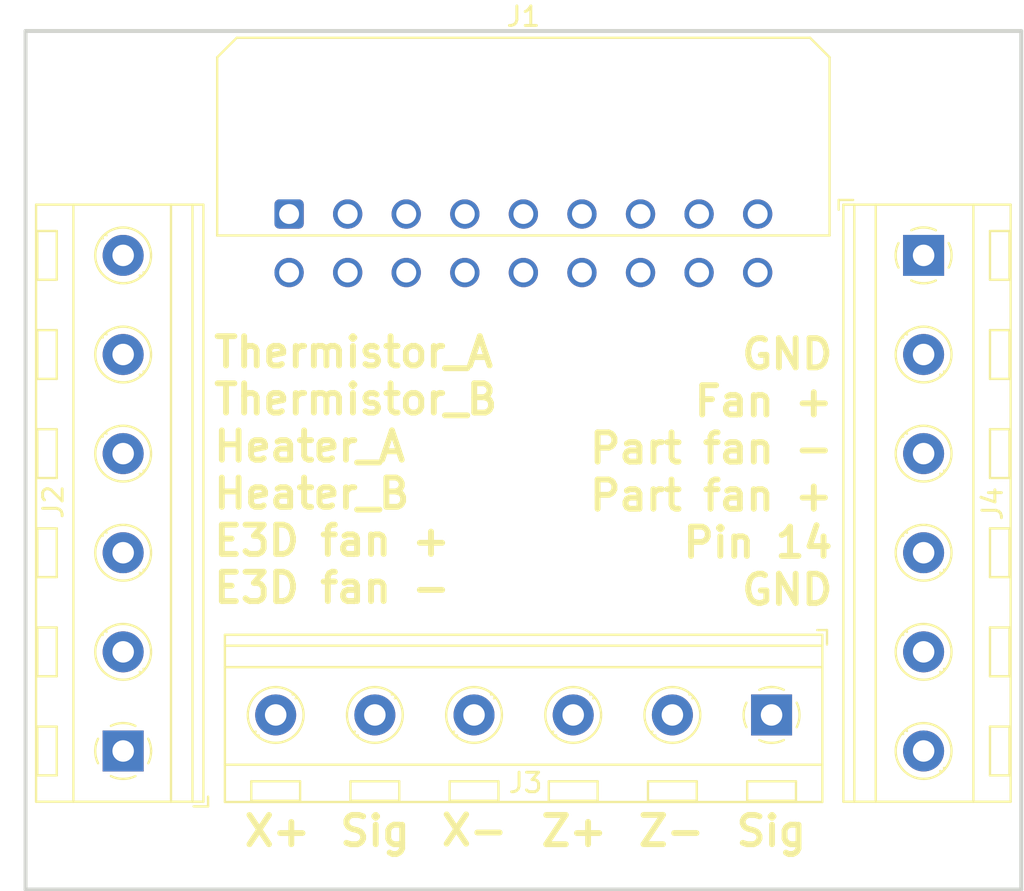
<source format=kicad_pcb>
(kicad_pcb (version 20171130) (host pcbnew "(5.0.2)-1")

  (general
    (thickness 1.6)
    (drawings 12)
    (tracks 0)
    (zones 0)
    (modules 7)
    (nets 20)
  )

  (page A4)
  (layers
    (0 F.Cu signal)
    (31 B.Cu signal)
    (32 B.Adhes user)
    (33 F.Adhes user)
    (34 B.Paste user)
    (35 F.Paste user)
    (36 B.SilkS user)
    (37 F.SilkS user)
    (38 B.Mask user)
    (39 F.Mask user)
    (40 Dwgs.User user)
    (41 Cmts.User user)
    (42 Eco1.User user)
    (43 Eco2.User user)
    (44 Edge.Cuts user)
    (45 Margin user)
    (46 B.CrtYd user)
    (47 F.CrtYd user)
    (48 B.Fab user)
    (49 F.Fab user)
  )

  (setup
    (last_trace_width 0.25)
    (user_trace_width 0.5)
    (user_trace_width 1.27)
    (user_trace_width 2.54)
    (trace_clearance 0.2)
    (zone_clearance 0.508)
    (zone_45_only no)
    (trace_min 0.2)
    (segment_width 0.2)
    (edge_width 0.05)
    (via_size 0.8)
    (via_drill 0.4)
    (via_min_size 0.4)
    (via_min_drill 0.3)
    (uvia_size 0.3)
    (uvia_drill 0.1)
    (uvias_allowed no)
    (uvia_min_size 0.2)
    (uvia_min_drill 0.1)
    (pcb_text_width 0.3)
    (pcb_text_size 1.5 1.5)
    (mod_edge_width 0.12)
    (mod_text_size 1 1)
    (mod_text_width 0.15)
    (pad_size 2.54 2.54)
    (pad_drill 1.3)
    (pad_to_mask_clearance 0.051)
    (solder_mask_min_width 0.25)
    (aux_axis_origin 0 0)
    (visible_elements 7FFFFFFF)
    (pcbplotparams
      (layerselection 0x010f0_ffffffff)
      (usegerberextensions false)
      (usegerberattributes true)
      (usegerberadvancedattributes false)
      (creategerberjobfile false)
      (excludeedgelayer true)
      (linewidth 0.150000)
      (plotframeref false)
      (viasonmask false)
      (mode 1)
      (useauxorigin false)
      (hpglpennumber 1)
      (hpglpenspeed 20)
      (hpglpendiameter 15.000000)
      (psnegative false)
      (psa4output false)
      (plotreference true)
      (plotvalue true)
      (plotinvisibletext false)
      (padsonsilk false)
      (subtractmaskfromsilk false)
      (outputformat 1)
      (mirror false)
      (drillshape 0)
      (scaleselection 1)
      (outputdirectory "Gerber/"))
  )

  (net 0 "")
  (net 1 X_Sig)
  (net 2 GND)
  (net 3 Vcc_Z)
  (net 4 Z_Sig)
  (net 5 THERM_B)
  (net 6 THERM_A)
  (net 7 HOT_B)
  (net 8 HOT_A)
  (net 9 E3D_N)
  (net 10 V_FAN)
  (net 11 Pin14)
  (net 12 Part_N)
  (net 13 Vcc_X)
  (net 14 Pin11)
  (net 15 Pin12)
  (net 16 Pin13)
  (net 17 X1_Sig)
  (net 18 X2_Sig)
  (net 19 Pin16)

  (net_class Default "Dies ist die voreingestellte Netzklasse."
    (clearance 0.2)
    (trace_width 0.25)
    (via_dia 0.8)
    (via_drill 0.4)
    (uvia_dia 0.3)
    (uvia_drill 0.1)
    (add_net E3D_N)
    (add_net GND)
    (add_net HOT_A)
    (add_net HOT_B)
    (add_net Part_N)
    (add_net Pin11)
    (add_net Pin12)
    (add_net Pin13)
    (add_net Pin14)
    (add_net Pin16)
    (add_net THERM_A)
    (add_net THERM_B)
    (add_net V_FAN)
    (add_net Vcc_X)
    (add_net Vcc_Z)
    (add_net X1_Sig)
    (add_net X2_Sig)
    (add_net X_Sig)
    (add_net Z_Sig)
  )

  (module Connector_Molex:Molex_Micro-Fit_3.0_43045-1800_2x09_P3.00mm_Horizontal locked (layer F.Cu) (tedit 5B799D96) (tstamp 5C56C61E)
    (at 101.5 71.38)
    (descr "Molex Micro-Fit 3.0 Connector System, 43045-1800 (compatible alternatives: 43045-1801, 43045-1802), 9 Pins per row (https://www.molex.com/pdm_docs/sd/430450200_sd.pdf), generated with kicad-footprint-generator")
    (tags "connector Molex Micro-Fit_3.0 top entry")
    (path /5C4A0857)
    (fp_text reference J1 (at 12 -10.12) (layer F.SilkS)
      (effects (font (size 1 1) (thickness 0.15)))
    )
    (fp_text value Conn_02x09_Odd_Even (at 12 5.7) (layer F.Fab)
      (effects (font (size 1 1) (thickness 0.15)))
    )
    (fp_line (start -3.575 0.99) (end -3.575 -7.92) (layer F.Fab) (width 0.1))
    (fp_line (start -3.575 -7.92) (end -2.575 -8.92) (layer F.Fab) (width 0.1))
    (fp_line (start -2.575 -8.92) (end 26.575 -8.92) (layer F.Fab) (width 0.1))
    (fp_line (start 26.575 -8.92) (end 27.575 -7.92) (layer F.Fab) (width 0.1))
    (fp_line (start 27.575 -7.92) (end 27.575 0.99) (layer F.Fab) (width 0.1))
    (fp_line (start 27.575 0.99) (end -3.575 0.99) (layer F.Fab) (width 0.1))
    (fp_line (start -0.75 0.99) (end 0 0) (layer F.Fab) (width 0.1))
    (fp_line (start 0 0) (end 0.75 0.99) (layer F.Fab) (width 0.1))
    (fp_line (start -3.685 1.1) (end -3.685 -8.03) (layer F.SilkS) (width 0.12))
    (fp_line (start -3.685 -8.03) (end -2.685 -9.03) (layer F.SilkS) (width 0.12))
    (fp_line (start -2.685 -9.03) (end 26.685 -9.03) (layer F.SilkS) (width 0.12))
    (fp_line (start 26.685 -9.03) (end 27.685 -8.03) (layer F.SilkS) (width 0.12))
    (fp_line (start 27.685 -8.03) (end 27.685 1.1) (layer F.SilkS) (width 0.12))
    (fp_line (start 27.685 1.1) (end -3.685 1.1) (layer F.SilkS) (width 0.12))
    (fp_line (start -4.08 1.49) (end -4.08 -9.42) (layer F.CrtYd) (width 0.05))
    (fp_line (start -4.08 -9.42) (end 28.08 -9.42) (layer F.CrtYd) (width 0.05))
    (fp_line (start 28.08 -9.42) (end 28.08 1.49) (layer F.CrtYd) (width 0.05))
    (fp_line (start 28.08 1.49) (end 25.25 1.49) (layer F.CrtYd) (width 0.05))
    (fp_line (start 25.25 1.49) (end 25.25 4.25) (layer F.CrtYd) (width 0.05))
    (fp_line (start 25.25 4.25) (end -1.25 4.25) (layer F.CrtYd) (width 0.05))
    (fp_line (start -1.25 4.25) (end -1.25 1.49) (layer F.CrtYd) (width 0.05))
    (fp_line (start -1.25 1.49) (end -4.08 1.49) (layer F.CrtYd) (width 0.05))
    (fp_text user %R (at 12 -8.22) (layer F.Fab)
      (effects (font (size 1 1) (thickness 0.15)))
    )
    (pad "" np_thru_hole circle (at 2.14 -4.32) (size 3 3) (drill 3) (layers *.Cu *.Mask))
    (pad "" np_thru_hole circle (at 21.84 -4.32) (size 3 3) (drill 3) (layers *.Cu *.Mask))
    (pad 1 thru_hole roundrect (at 0 0) (size 1.5 1.5) (drill 1.02) (layers *.Cu *.Mask) (roundrect_rratio 0.166667)
      (net 8 HOT_A))
    (pad 2 thru_hole circle (at 3 0) (size 1.5 1.5) (drill 1.02) (layers *.Cu *.Mask)
      (net 7 HOT_B))
    (pad 3 thru_hole circle (at 6 0) (size 1.5 1.5) (drill 1.02) (layers *.Cu *.Mask)
      (net 6 THERM_A))
    (pad 4 thru_hole circle (at 9 0) (size 1.5 1.5) (drill 1.02) (layers *.Cu *.Mask)
      (net 5 THERM_B))
    (pad 5 thru_hole circle (at 12 0) (size 1.5 1.5) (drill 1.02) (layers *.Cu *.Mask)
      (net 17 X1_Sig))
    (pad 6 thru_hole circle (at 15 0) (size 1.5 1.5) (drill 1.02) (layers *.Cu *.Mask)
      (net 13 Vcc_X))
    (pad 7 thru_hole circle (at 18 0) (size 1.5 1.5) (drill 1.02) (layers *.Cu *.Mask)
      (net 18 X2_Sig))
    (pad 8 thru_hole circle (at 21 0) (size 1.5 1.5) (drill 1.02) (layers *.Cu *.Mask)
      (net 2 GND))
    (pad 9 thru_hole circle (at 24 0) (size 1.5 1.5) (drill 1.02) (layers *.Cu *.Mask)
      (net 4 Z_Sig))
    (pad 10 thru_hole circle (at 0 3) (size 1.5 1.5) (drill 1.02) (layers *.Cu *.Mask)
      (net 3 Vcc_Z))
    (pad 11 thru_hole circle (at 3 3) (size 1.5 1.5) (drill 1.02) (layers *.Cu *.Mask)
      (net 14 Pin11))
    (pad 12 thru_hole circle (at 6 3) (size 1.5 1.5) (drill 1.02) (layers *.Cu *.Mask)
      (net 15 Pin12))
    (pad 13 thru_hole circle (at 9 3) (size 1.5 1.5) (drill 1.02) (layers *.Cu *.Mask)
      (net 16 Pin13))
    (pad 14 thru_hole circle (at 12 3) (size 1.5 1.5) (drill 1.02) (layers *.Cu *.Mask)
      (net 11 Pin14))
    (pad 15 thru_hole circle (at 15 3) (size 1.5 1.5) (drill 1.02) (layers *.Cu *.Mask)
      (net 12 Part_N))
    (pad 16 thru_hole circle (at 18 3) (size 1.5 1.5) (drill 1.02) (layers *.Cu *.Mask)
      (net 19 Pin16))
    (pad 17 thru_hole circle (at 21 3) (size 1.5 1.5) (drill 1.02) (layers *.Cu *.Mask)
      (net 9 E3D_N))
    (pad 18 thru_hole circle (at 24 3) (size 1.5 1.5) (drill 1.02) (layers *.Cu *.Mask)
      (net 10 V_FAN))
    (model ${KISYS3DMOD}/Connector_Molex.3dshapes/Molex_Micro-Fit_3.0_43045-1800_2x09_P3.00mm_Horizontal.wrl
      (at (xyz 0 0 0))
      (scale (xyz 1 1 1))
      (rotate (xyz 0 0 0))
    )
  )

  (module TerminalBlock_RND:TerminalBlock_RND_205-00236_1x06_P5.08mm_Horizontal (layer F.Cu) (tedit 5B294F42) (tstamp 5C48D07C)
    (at 134 73.5 270)
    (descr "terminal block RND 205-00236, 6 pins, pitch 5.08mm, size 30.5x8.45mm^2, drill diamater 1.1mm, pad diameter 2.1mm, see http://cdn-reichelt.de/documents/datenblatt/C151/RND_205-00232_DB_EN.pdf, script-generated using https://github.com/pointhi/kicad-footprint-generator/scripts/TerminalBlock_RND")
    (tags "THT terminal block RND 205-00236 pitch 5.08mm size 30.5x8.45mm^2 drill 1.1mm pad 2.1mm")
    (path /5C47533C)
    (fp_text reference J4 (at 12.73 -3.53 270) (layer F.SilkS)
      (effects (font (size 1 1) (thickness 0.15)))
    )
    (fp_text value "Fan & Custom" (at 12.7 5.11 270) (layer F.Fab)
      (effects (font (size 1 1) (thickness 0.15)))
    )
    (fp_text user %R (at 12.7 -3.53 270) (layer F.Fab)
      (effects (font (size 1 1) (thickness 0.15)))
    )
    (fp_line (start 28.44 -4.9) (end -3.04 -4.9) (layer F.CrtYd) (width 0.05))
    (fp_line (start 28.44 4.55) (end 28.44 -4.9) (layer F.CrtYd) (width 0.05))
    (fp_line (start -3.04 4.55) (end 28.44 4.55) (layer F.CrtYd) (width 0.05))
    (fp_line (start -3.04 -4.9) (end -3.04 4.55) (layer F.CrtYd) (width 0.05))
    (fp_line (start -2.84 4.35) (end -2.34 4.35) (layer F.SilkS) (width 0.12))
    (fp_line (start -2.84 3.61) (end -2.84 4.35) (layer F.SilkS) (width 0.12))
    (fp_line (start 26.65 -4.4) (end 26.65 -3.4) (layer F.SilkS) (width 0.12))
    (fp_line (start 24.15 -4.4) (end 24.15 -3.4) (layer F.SilkS) (width 0.12))
    (fp_line (start 24.15 -3.4) (end 26.65 -3.4) (layer F.SilkS) (width 0.12))
    (fp_line (start 24.15 -4.4) (end 26.65 -4.4) (layer F.SilkS) (width 0.12))
    (fp_line (start 26.65 -4.4) (end 24.15 -4.4) (layer F.Fab) (width 0.1))
    (fp_line (start 26.65 -3.4) (end 26.65 -4.4) (layer F.Fab) (width 0.1))
    (fp_line (start 24.15 -3.4) (end 26.65 -3.4) (layer F.Fab) (width 0.1))
    (fp_line (start 24.15 -4.4) (end 24.15 -3.4) (layer F.Fab) (width 0.1))
    (fp_line (start 24.376 0.85) (end 24.316 0.91) (layer F.SilkS) (width 0.12))
    (fp_line (start 26.311 -1.085) (end 26.271 -1.045) (layer F.SilkS) (width 0.12))
    (fp_line (start 24.53 1.045) (end 24.49 1.085) (layer F.SilkS) (width 0.12))
    (fp_line (start 26.485 -0.91) (end 26.425 -0.851) (layer F.SilkS) (width 0.12))
    (fp_line (start 26.196 -0.948) (end 24.452 0.796) (layer F.Fab) (width 0.1))
    (fp_line (start 26.349 -0.796) (end 24.605 0.948) (layer F.Fab) (width 0.1))
    (fp_line (start 21.57 -4.4) (end 21.57 -3.4) (layer F.SilkS) (width 0.12))
    (fp_line (start 19.07 -4.4) (end 19.07 -3.4) (layer F.SilkS) (width 0.12))
    (fp_line (start 19.07 -3.4) (end 21.57 -3.4) (layer F.SilkS) (width 0.12))
    (fp_line (start 19.07 -4.4) (end 21.57 -4.4) (layer F.SilkS) (width 0.12))
    (fp_line (start 21.57 -4.4) (end 19.07 -4.4) (layer F.Fab) (width 0.1))
    (fp_line (start 21.57 -3.4) (end 21.57 -4.4) (layer F.Fab) (width 0.1))
    (fp_line (start 19.07 -3.4) (end 21.57 -3.4) (layer F.Fab) (width 0.1))
    (fp_line (start 19.07 -4.4) (end 19.07 -3.4) (layer F.Fab) (width 0.1))
    (fp_line (start 19.296 0.85) (end 19.236 0.91) (layer F.SilkS) (width 0.12))
    (fp_line (start 21.231 -1.085) (end 21.191 -1.045) (layer F.SilkS) (width 0.12))
    (fp_line (start 19.45 1.045) (end 19.41 1.085) (layer F.SilkS) (width 0.12))
    (fp_line (start 21.405 -0.91) (end 21.345 -0.851) (layer F.SilkS) (width 0.12))
    (fp_line (start 21.116 -0.948) (end 19.372 0.796) (layer F.Fab) (width 0.1))
    (fp_line (start 21.269 -0.796) (end 19.525 0.948) (layer F.Fab) (width 0.1))
    (fp_line (start 16.49 -4.4) (end 16.49 -3.4) (layer F.SilkS) (width 0.12))
    (fp_line (start 13.99 -4.4) (end 13.99 -3.4) (layer F.SilkS) (width 0.12))
    (fp_line (start 13.99 -3.4) (end 16.49 -3.4) (layer F.SilkS) (width 0.12))
    (fp_line (start 13.99 -4.4) (end 16.49 -4.4) (layer F.SilkS) (width 0.12))
    (fp_line (start 16.49 -4.4) (end 13.99 -4.4) (layer F.Fab) (width 0.1))
    (fp_line (start 16.49 -3.4) (end 16.49 -4.4) (layer F.Fab) (width 0.1))
    (fp_line (start 13.99 -3.4) (end 16.49 -3.4) (layer F.Fab) (width 0.1))
    (fp_line (start 13.99 -4.4) (end 13.99 -3.4) (layer F.Fab) (width 0.1))
    (fp_line (start 14.216 0.85) (end 14.156 0.91) (layer F.SilkS) (width 0.12))
    (fp_line (start 16.151 -1.085) (end 16.111 -1.045) (layer F.SilkS) (width 0.12))
    (fp_line (start 14.37 1.045) (end 14.33 1.085) (layer F.SilkS) (width 0.12))
    (fp_line (start 16.325 -0.91) (end 16.265 -0.851) (layer F.SilkS) (width 0.12))
    (fp_line (start 16.036 -0.948) (end 14.292 0.796) (layer F.Fab) (width 0.1))
    (fp_line (start 16.189 -0.796) (end 14.445 0.948) (layer F.Fab) (width 0.1))
    (fp_line (start 11.41 -4.4) (end 11.41 -3.4) (layer F.SilkS) (width 0.12))
    (fp_line (start 8.91 -4.4) (end 8.91 -3.4) (layer F.SilkS) (width 0.12))
    (fp_line (start 8.91 -3.4) (end 11.41 -3.4) (layer F.SilkS) (width 0.12))
    (fp_line (start 8.91 -4.4) (end 11.41 -4.4) (layer F.SilkS) (width 0.12))
    (fp_line (start 11.41 -4.4) (end 8.91 -4.4) (layer F.Fab) (width 0.1))
    (fp_line (start 11.41 -3.4) (end 11.41 -4.4) (layer F.Fab) (width 0.1))
    (fp_line (start 8.91 -3.4) (end 11.41 -3.4) (layer F.Fab) (width 0.1))
    (fp_line (start 8.91 -4.4) (end 8.91 -3.4) (layer F.Fab) (width 0.1))
    (fp_line (start 9.136 0.85) (end 9.076 0.91) (layer F.SilkS) (width 0.12))
    (fp_line (start 11.071 -1.085) (end 11.031 -1.045) (layer F.SilkS) (width 0.12))
    (fp_line (start 9.29 1.045) (end 9.25 1.085) (layer F.SilkS) (width 0.12))
    (fp_line (start 11.245 -0.91) (end 11.185 -0.851) (layer F.SilkS) (width 0.12))
    (fp_line (start 10.956 -0.948) (end 9.212 0.796) (layer F.Fab) (width 0.1))
    (fp_line (start 11.109 -0.796) (end 9.365 0.948) (layer F.Fab) (width 0.1))
    (fp_line (start 6.33 -4.4) (end 6.33 -3.4) (layer F.SilkS) (width 0.12))
    (fp_line (start 3.83 -4.4) (end 3.83 -3.4) (layer F.SilkS) (width 0.12))
    (fp_line (start 3.83 -3.4) (end 6.33 -3.4) (layer F.SilkS) (width 0.12))
    (fp_line (start 3.83 -4.4) (end 6.33 -4.4) (layer F.SilkS) (width 0.12))
    (fp_line (start 6.33 -4.4) (end 3.83 -4.4) (layer F.Fab) (width 0.1))
    (fp_line (start 6.33 -3.4) (end 6.33 -4.4) (layer F.Fab) (width 0.1))
    (fp_line (start 3.83 -3.4) (end 6.33 -3.4) (layer F.Fab) (width 0.1))
    (fp_line (start 3.83 -4.4) (end 3.83 -3.4) (layer F.Fab) (width 0.1))
    (fp_line (start 4.056 0.85) (end 3.996 0.91) (layer F.SilkS) (width 0.12))
    (fp_line (start 5.991 -1.085) (end 5.951 -1.045) (layer F.SilkS) (width 0.12))
    (fp_line (start 4.21 1.045) (end 4.17 1.085) (layer F.SilkS) (width 0.12))
    (fp_line (start 6.165 -0.91) (end 6.105 -0.851) (layer F.SilkS) (width 0.12))
    (fp_line (start 5.876 -0.948) (end 4.132 0.796) (layer F.Fab) (width 0.1))
    (fp_line (start 6.029 -0.796) (end 4.285 0.948) (layer F.Fab) (width 0.1))
    (fp_line (start 1.25 -4.4) (end 1.25 -3.4) (layer F.SilkS) (width 0.12))
    (fp_line (start -1.25 -4.4) (end -1.25 -3.4) (layer F.SilkS) (width 0.12))
    (fp_line (start -1.25 -3.4) (end 1.25 -3.4) (layer F.SilkS) (width 0.12))
    (fp_line (start -1.25 -4.4) (end 1.25 -4.4) (layer F.SilkS) (width 0.12))
    (fp_line (start 1.25 -4.4) (end -1.25 -4.4) (layer F.Fab) (width 0.1))
    (fp_line (start 1.25 -3.4) (end 1.25 -4.4) (layer F.Fab) (width 0.1))
    (fp_line (start -1.25 -3.4) (end 1.25 -3.4) (layer F.Fab) (width 0.1))
    (fp_line (start -1.25 -4.4) (end -1.25 -3.4) (layer F.Fab) (width 0.1))
    (fp_line (start 0.796 -0.948) (end -0.949 0.796) (layer F.Fab) (width 0.1))
    (fp_line (start 0.949 -0.796) (end -0.796 0.948) (layer F.Fab) (width 0.1))
    (fp_line (start 28 -4.46) (end 28 4.11) (layer F.SilkS) (width 0.12))
    (fp_line (start -2.6 -4.46) (end -2.6 4.11) (layer F.SilkS) (width 0.12))
    (fp_line (start -2.6 4.11) (end 28 4.11) (layer F.SilkS) (width 0.12))
    (fp_line (start -2.6 -4.46) (end 28 -4.46) (layer F.SilkS) (width 0.12))
    (fp_line (start -2.6 -2.55) (end 28 -2.55) (layer F.SilkS) (width 0.12))
    (fp_line (start -2.54 -2.55) (end 27.94 -2.55) (layer F.Fab) (width 0.1))
    (fp_line (start -2.6 2.45) (end 28 2.45) (layer F.SilkS) (width 0.12))
    (fp_line (start -2.54 2.45) (end 27.94 2.45) (layer F.Fab) (width 0.1))
    (fp_line (start -2.6 3.55) (end 28 3.55) (layer F.SilkS) (width 0.12))
    (fp_line (start -2.54 3.55) (end 27.94 3.55) (layer F.Fab) (width 0.1))
    (fp_line (start -2.54 3.55) (end -2.54 -4.4) (layer F.Fab) (width 0.1))
    (fp_line (start -2.04 4.05) (end -2.54 3.55) (layer F.Fab) (width 0.1))
    (fp_line (start 27.94 4.05) (end -2.04 4.05) (layer F.Fab) (width 0.1))
    (fp_line (start 27.94 -4.4) (end 27.94 4.05) (layer F.Fab) (width 0.1))
    (fp_line (start -2.54 -4.4) (end 27.94 -4.4) (layer F.Fab) (width 0.1))
    (fp_circle (center 25.4 0) (end 26.83 0) (layer F.SilkS) (width 0.12))
    (fp_circle (center 25.4 0) (end 26.65 0) (layer F.Fab) (width 0.1))
    (fp_circle (center 20.32 0) (end 21.75 0) (layer F.SilkS) (width 0.12))
    (fp_circle (center 20.32 0) (end 21.57 0) (layer F.Fab) (width 0.1))
    (fp_circle (center 15.24 0) (end 16.67 0) (layer F.SilkS) (width 0.12))
    (fp_circle (center 15.24 0) (end 16.49 0) (layer F.Fab) (width 0.1))
    (fp_circle (center 10.16 0) (end 11.59 0) (layer F.SilkS) (width 0.12))
    (fp_circle (center 10.16 0) (end 11.41 0) (layer F.Fab) (width 0.1))
    (fp_circle (center 5.08 0) (end 6.51 0) (layer F.SilkS) (width 0.12))
    (fp_circle (center 5.08 0) (end 6.33 0) (layer F.Fab) (width 0.1))
    (fp_circle (center 0 0) (end 1.25 0) (layer F.Fab) (width 0.1))
    (fp_arc (start 0 0) (end -0.628 1.286) (angle -27) (layer F.SilkS) (width 0.12))
    (fp_arc (start 0 0) (end -1.286 -0.628) (angle -52) (layer F.SilkS) (width 0.12))
    (fp_arc (start 0 0) (end 0.627 -1.286) (angle -52) (layer F.SilkS) (width 0.12))
    (fp_arc (start 0 0) (end 1.286 0.627) (angle -52) (layer F.SilkS) (width 0.12))
    (fp_arc (start 0 0) (end 0 1.43) (angle -26) (layer F.SilkS) (width 0.12))
    (pad 6 thru_hole circle (at 25.4 0 270) (size 2.1 2.1) (drill 1.1) (layers *.Cu *.Mask)
      (net 10 V_FAN))
    (pad 5 thru_hole circle (at 20.32 0 270) (size 2.1 2.1) (drill 1.1) (layers *.Cu *.Mask)
      (net 12 Part_N))
    (pad 4 thru_hole circle (at 15.24 0 270) (size 2.1 2.1) (drill 1.1) (layers *.Cu *.Mask)
      (net 14 Pin11))
    (pad 3 thru_hole circle (at 10.16 0 270) (size 2.1 2.1) (drill 1.1) (layers *.Cu *.Mask)
      (net 15 Pin12))
    (pad 2 thru_hole circle (at 5.08 0 270) (size 2.1 2.1) (drill 1.1) (layers *.Cu *.Mask)
      (net 16 Pin13))
    (pad 1 thru_hole rect (at 0 0 270) (size 2.1 2.1) (drill 1.1) (layers *.Cu *.Mask)
      (net 11 Pin14))
    (model ${KISYS3DMOD}/TerminalBlock_RND.3dshapes/TerminalBlock_RND_205-00236_1x06_P5.08mm_Horizontal.wrl
      (at (xyz 0 0 0))
      (scale (xyz 1 1 1))
      (rotate (xyz 0 0 0))
    )
  )

  (module TerminalBlock_RND:TerminalBlock_RND_205-00236_1x06_P5.08mm_Horizontal (layer F.Cu) (tedit 5B294F42) (tstamp 5C48CFFD)
    (at 126.2126 97.0534 180)
    (descr "terminal block RND 205-00236, 6 pins, pitch 5.08mm, size 30.5x8.45mm^2, drill diamater 1.1mm, pad diameter 2.1mm, see http://cdn-reichelt.de/documents/datenblatt/C151/RND_205-00232_DB_EN.pdf, script-generated using https://github.com/pointhi/kicad-footprint-generator/scripts/TerminalBlock_RND")
    (tags "THT terminal block RND 205-00236 pitch 5.08mm size 30.5x8.45mm^2 drill 1.1mm pad 2.1mm")
    (path /5C48BDF1)
    (fp_text reference J3 (at 12.6 -3.48 180) (layer F.SilkS)
      (effects (font (size 1 1) (thickness 0.15)))
    )
    (fp_text value "X-Endstop, Fan, Custom" (at 12.7 5.11 180) (layer F.Fab)
      (effects (font (size 1 1) (thickness 0.15)))
    )
    (fp_arc (start 0 0) (end 0 1.43) (angle -26) (layer F.SilkS) (width 0.12))
    (fp_arc (start 0 0) (end 1.286 0.627) (angle -52) (layer F.SilkS) (width 0.12))
    (fp_arc (start 0 0) (end 0.627 -1.286) (angle -52) (layer F.SilkS) (width 0.12))
    (fp_arc (start 0 0) (end -1.286 -0.628) (angle -52) (layer F.SilkS) (width 0.12))
    (fp_arc (start 0 0) (end -0.628 1.286) (angle -27) (layer F.SilkS) (width 0.12))
    (fp_circle (center 0 0) (end 1.25 0) (layer F.Fab) (width 0.1))
    (fp_circle (center 5.08 0) (end 6.33 0) (layer F.Fab) (width 0.1))
    (fp_circle (center 5.08 0) (end 6.51 0) (layer F.SilkS) (width 0.12))
    (fp_circle (center 10.16 0) (end 11.41 0) (layer F.Fab) (width 0.1))
    (fp_circle (center 10.16 0) (end 11.59 0) (layer F.SilkS) (width 0.12))
    (fp_circle (center 15.24 0) (end 16.49 0) (layer F.Fab) (width 0.1))
    (fp_circle (center 15.24 0) (end 16.67 0) (layer F.SilkS) (width 0.12))
    (fp_circle (center 20.32 0) (end 21.57 0) (layer F.Fab) (width 0.1))
    (fp_circle (center 20.32 0) (end 21.75 0) (layer F.SilkS) (width 0.12))
    (fp_circle (center 25.4 0) (end 26.65 0) (layer F.Fab) (width 0.1))
    (fp_circle (center 25.4 0) (end 26.83 0) (layer F.SilkS) (width 0.12))
    (fp_line (start -2.54 -4.4) (end 27.94 -4.4) (layer F.Fab) (width 0.1))
    (fp_line (start 27.94 -4.4) (end 27.94 4.05) (layer F.Fab) (width 0.1))
    (fp_line (start 27.94 4.05) (end -2.04 4.05) (layer F.Fab) (width 0.1))
    (fp_line (start -2.04 4.05) (end -2.54 3.55) (layer F.Fab) (width 0.1))
    (fp_line (start -2.54 3.55) (end -2.54 -4.4) (layer F.Fab) (width 0.1))
    (fp_line (start -2.54 3.55) (end 27.94 3.55) (layer F.Fab) (width 0.1))
    (fp_line (start -2.6 3.55) (end 28 3.55) (layer F.SilkS) (width 0.12))
    (fp_line (start -2.54 2.45) (end 27.94 2.45) (layer F.Fab) (width 0.1))
    (fp_line (start -2.6 2.45) (end 28 2.45) (layer F.SilkS) (width 0.12))
    (fp_line (start -2.54 -2.55) (end 27.94 -2.55) (layer F.Fab) (width 0.1))
    (fp_line (start -2.6 -2.55) (end 28 -2.55) (layer F.SilkS) (width 0.12))
    (fp_line (start -2.6 -4.46) (end 28 -4.46) (layer F.SilkS) (width 0.12))
    (fp_line (start -2.6 4.11) (end 28 4.11) (layer F.SilkS) (width 0.12))
    (fp_line (start -2.6 -4.46) (end -2.6 4.11) (layer F.SilkS) (width 0.12))
    (fp_line (start 28 -4.46) (end 28 4.11) (layer F.SilkS) (width 0.12))
    (fp_line (start 0.949 -0.796) (end -0.796 0.948) (layer F.Fab) (width 0.1))
    (fp_line (start 0.796 -0.948) (end -0.949 0.796) (layer F.Fab) (width 0.1))
    (fp_line (start -1.25 -4.4) (end -1.25 -3.4) (layer F.Fab) (width 0.1))
    (fp_line (start -1.25 -3.4) (end 1.25 -3.4) (layer F.Fab) (width 0.1))
    (fp_line (start 1.25 -3.4) (end 1.25 -4.4) (layer F.Fab) (width 0.1))
    (fp_line (start 1.25 -4.4) (end -1.25 -4.4) (layer F.Fab) (width 0.1))
    (fp_line (start -1.25 -4.4) (end 1.25 -4.4) (layer F.SilkS) (width 0.12))
    (fp_line (start -1.25 -3.4) (end 1.25 -3.4) (layer F.SilkS) (width 0.12))
    (fp_line (start -1.25 -4.4) (end -1.25 -3.4) (layer F.SilkS) (width 0.12))
    (fp_line (start 1.25 -4.4) (end 1.25 -3.4) (layer F.SilkS) (width 0.12))
    (fp_line (start 6.029 -0.796) (end 4.285 0.948) (layer F.Fab) (width 0.1))
    (fp_line (start 5.876 -0.948) (end 4.132 0.796) (layer F.Fab) (width 0.1))
    (fp_line (start 6.165 -0.91) (end 6.105 -0.851) (layer F.SilkS) (width 0.12))
    (fp_line (start 4.21 1.045) (end 4.17 1.085) (layer F.SilkS) (width 0.12))
    (fp_line (start 5.991 -1.085) (end 5.951 -1.045) (layer F.SilkS) (width 0.12))
    (fp_line (start 4.056 0.85) (end 3.996 0.91) (layer F.SilkS) (width 0.12))
    (fp_line (start 3.83 -4.4) (end 3.83 -3.4) (layer F.Fab) (width 0.1))
    (fp_line (start 3.83 -3.4) (end 6.33 -3.4) (layer F.Fab) (width 0.1))
    (fp_line (start 6.33 -3.4) (end 6.33 -4.4) (layer F.Fab) (width 0.1))
    (fp_line (start 6.33 -4.4) (end 3.83 -4.4) (layer F.Fab) (width 0.1))
    (fp_line (start 3.83 -4.4) (end 6.33 -4.4) (layer F.SilkS) (width 0.12))
    (fp_line (start 3.83 -3.4) (end 6.33 -3.4) (layer F.SilkS) (width 0.12))
    (fp_line (start 3.83 -4.4) (end 3.83 -3.4) (layer F.SilkS) (width 0.12))
    (fp_line (start 6.33 -4.4) (end 6.33 -3.4) (layer F.SilkS) (width 0.12))
    (fp_line (start 11.109 -0.796) (end 9.365 0.948) (layer F.Fab) (width 0.1))
    (fp_line (start 10.956 -0.948) (end 9.212 0.796) (layer F.Fab) (width 0.1))
    (fp_line (start 11.245 -0.91) (end 11.185 -0.851) (layer F.SilkS) (width 0.12))
    (fp_line (start 9.29 1.045) (end 9.25 1.085) (layer F.SilkS) (width 0.12))
    (fp_line (start 11.071 -1.085) (end 11.031 -1.045) (layer F.SilkS) (width 0.12))
    (fp_line (start 9.136 0.85) (end 9.076 0.91) (layer F.SilkS) (width 0.12))
    (fp_line (start 8.91 -4.4) (end 8.91 -3.4) (layer F.Fab) (width 0.1))
    (fp_line (start 8.91 -3.4) (end 11.41 -3.4) (layer F.Fab) (width 0.1))
    (fp_line (start 11.41 -3.4) (end 11.41 -4.4) (layer F.Fab) (width 0.1))
    (fp_line (start 11.41 -4.4) (end 8.91 -4.4) (layer F.Fab) (width 0.1))
    (fp_line (start 8.91 -4.4) (end 11.41 -4.4) (layer F.SilkS) (width 0.12))
    (fp_line (start 8.91 -3.4) (end 11.41 -3.4) (layer F.SilkS) (width 0.12))
    (fp_line (start 8.91 -4.4) (end 8.91 -3.4) (layer F.SilkS) (width 0.12))
    (fp_line (start 11.41 -4.4) (end 11.41 -3.4) (layer F.SilkS) (width 0.12))
    (fp_line (start 16.189 -0.796) (end 14.445 0.948) (layer F.Fab) (width 0.1))
    (fp_line (start 16.036 -0.948) (end 14.292 0.796) (layer F.Fab) (width 0.1))
    (fp_line (start 16.325 -0.91) (end 16.265 -0.851) (layer F.SilkS) (width 0.12))
    (fp_line (start 14.37 1.045) (end 14.33 1.085) (layer F.SilkS) (width 0.12))
    (fp_line (start 16.151 -1.085) (end 16.111 -1.045) (layer F.SilkS) (width 0.12))
    (fp_line (start 14.216 0.85) (end 14.156 0.91) (layer F.SilkS) (width 0.12))
    (fp_line (start 13.99 -4.4) (end 13.99 -3.4) (layer F.Fab) (width 0.1))
    (fp_line (start 13.99 -3.4) (end 16.49 -3.4) (layer F.Fab) (width 0.1))
    (fp_line (start 16.49 -3.4) (end 16.49 -4.4) (layer F.Fab) (width 0.1))
    (fp_line (start 16.49 -4.4) (end 13.99 -4.4) (layer F.Fab) (width 0.1))
    (fp_line (start 13.99 -4.4) (end 16.49 -4.4) (layer F.SilkS) (width 0.12))
    (fp_line (start 13.99 -3.4) (end 16.49 -3.4) (layer F.SilkS) (width 0.12))
    (fp_line (start 13.99 -4.4) (end 13.99 -3.4) (layer F.SilkS) (width 0.12))
    (fp_line (start 16.49 -4.4) (end 16.49 -3.4) (layer F.SilkS) (width 0.12))
    (fp_line (start 21.269 -0.796) (end 19.525 0.948) (layer F.Fab) (width 0.1))
    (fp_line (start 21.116 -0.948) (end 19.372 0.796) (layer F.Fab) (width 0.1))
    (fp_line (start 21.405 -0.91) (end 21.345 -0.851) (layer F.SilkS) (width 0.12))
    (fp_line (start 19.45 1.045) (end 19.41 1.085) (layer F.SilkS) (width 0.12))
    (fp_line (start 21.231 -1.085) (end 21.191 -1.045) (layer F.SilkS) (width 0.12))
    (fp_line (start 19.296 0.85) (end 19.236 0.91) (layer F.SilkS) (width 0.12))
    (fp_line (start 19.07 -4.4) (end 19.07 -3.4) (layer F.Fab) (width 0.1))
    (fp_line (start 19.07 -3.4) (end 21.57 -3.4) (layer F.Fab) (width 0.1))
    (fp_line (start 21.57 -3.4) (end 21.57 -4.4) (layer F.Fab) (width 0.1))
    (fp_line (start 21.57 -4.4) (end 19.07 -4.4) (layer F.Fab) (width 0.1))
    (fp_line (start 19.07 -4.4) (end 21.57 -4.4) (layer F.SilkS) (width 0.12))
    (fp_line (start 19.07 -3.4) (end 21.57 -3.4) (layer F.SilkS) (width 0.12))
    (fp_line (start 19.07 -4.4) (end 19.07 -3.4) (layer F.SilkS) (width 0.12))
    (fp_line (start 21.57 -4.4) (end 21.57 -3.4) (layer F.SilkS) (width 0.12))
    (fp_line (start 26.349 -0.796) (end 24.605 0.948) (layer F.Fab) (width 0.1))
    (fp_line (start 26.196 -0.948) (end 24.452 0.796) (layer F.Fab) (width 0.1))
    (fp_line (start 26.485 -0.91) (end 26.425 -0.851) (layer F.SilkS) (width 0.12))
    (fp_line (start 24.53 1.045) (end 24.49 1.085) (layer F.SilkS) (width 0.12))
    (fp_line (start 26.311 -1.085) (end 26.271 -1.045) (layer F.SilkS) (width 0.12))
    (fp_line (start 24.376 0.85) (end 24.316 0.91) (layer F.SilkS) (width 0.12))
    (fp_line (start 24.15 -4.4) (end 24.15 -3.4) (layer F.Fab) (width 0.1))
    (fp_line (start 24.15 -3.4) (end 26.65 -3.4) (layer F.Fab) (width 0.1))
    (fp_line (start 26.65 -3.4) (end 26.65 -4.4) (layer F.Fab) (width 0.1))
    (fp_line (start 26.65 -4.4) (end 24.15 -4.4) (layer F.Fab) (width 0.1))
    (fp_line (start 24.15 -4.4) (end 26.65 -4.4) (layer F.SilkS) (width 0.12))
    (fp_line (start 24.15 -3.4) (end 26.65 -3.4) (layer F.SilkS) (width 0.12))
    (fp_line (start 24.15 -4.4) (end 24.15 -3.4) (layer F.SilkS) (width 0.12))
    (fp_line (start 26.65 -4.4) (end 26.65 -3.4) (layer F.SilkS) (width 0.12))
    (fp_line (start -2.84 3.61) (end -2.84 4.35) (layer F.SilkS) (width 0.12))
    (fp_line (start -2.84 4.35) (end -2.34 4.35) (layer F.SilkS) (width 0.12))
    (fp_line (start -3.04 -4.9) (end -3.04 4.55) (layer F.CrtYd) (width 0.05))
    (fp_line (start -3.04 4.55) (end 28.44 4.55) (layer F.CrtYd) (width 0.05))
    (fp_line (start 28.44 4.55) (end 28.44 -4.9) (layer F.CrtYd) (width 0.05))
    (fp_line (start 28.44 -4.9) (end -3.04 -4.9) (layer F.CrtYd) (width 0.05))
    (fp_text user %R (at 12.6 -3.48 180) (layer F.Fab)
      (effects (font (size 1 1) (thickness 0.15)))
    )
    (pad 1 thru_hole rect (at 0 0 180) (size 2.1 2.1) (drill 1.1) (layers *.Cu *.Mask)
      (net 4 Z_Sig))
    (pad 2 thru_hole circle (at 5.08 0 180) (size 2.1 2.1) (drill 1.1) (layers *.Cu *.Mask)
      (net 2 GND))
    (pad 3 thru_hole circle (at 10.16 0 180) (size 2.1 2.1) (drill 1.1) (layers *.Cu *.Mask)
      (net 3 Vcc_Z))
    (pad 4 thru_hole circle (at 15.24 0 180) (size 2.1 2.1) (drill 1.1) (layers *.Cu *.Mask)
      (net 2 GND))
    (pad 5 thru_hole circle (at 20.32 0 180) (size 2.1 2.1) (drill 1.1) (layers *.Cu *.Mask)
      (net 1 X_Sig))
    (pad 6 thru_hole circle (at 25.4 0 180) (size 2.1 2.1) (drill 1.1) (layers *.Cu *.Mask)
      (net 13 Vcc_X))
    (model ${KISYS3DMOD}/TerminalBlock_RND.3dshapes/TerminalBlock_RND_205-00236_1x06_P5.08mm_Horizontal.wrl
      (at (xyz 0 0 0))
      (scale (xyz 1 1 1))
      (rotate (xyz 0 0 0))
    )
  )

  (module TerminalBlock_RND:TerminalBlock_RND_205-00236_1x06_P5.08mm_Horizontal (layer F.Cu) (tedit 5B294F42) (tstamp 5C53DFAF)
    (at 93 98.9 90)
    (descr "terminal block RND 205-00236, 6 pins, pitch 5.08mm, size 30.5x8.45mm^2, drill diamater 1.1mm, pad diameter 2.1mm, see http://cdn-reichelt.de/documents/datenblatt/C151/RND_205-00232_DB_EN.pdf, script-generated using https://github.com/pointhi/kicad-footprint-generator/scripts/TerminalBlock_RND")
    (tags "THT terminal block RND 205-00236 pitch 5.08mm size 30.5x8.45mm^2 drill 1.1mm pad 2.1mm")
    (path /5C4752CA)
    (fp_text reference J2 (at 12.77 -3.58 -90) (layer F.SilkS)
      (effects (font (size 1 1) (thickness 0.15)))
    )
    (fp_text value Hotend (at 12.7 5.11 90) (layer F.Fab)
      (effects (font (size 1 1) (thickness 0.15)))
    )
    (fp_arc (start 0 0) (end 0 1.43) (angle -26) (layer F.SilkS) (width 0.12))
    (fp_arc (start 0 0) (end 1.286 0.627) (angle -52) (layer F.SilkS) (width 0.12))
    (fp_arc (start 0 0) (end 0.627 -1.286) (angle -52) (layer F.SilkS) (width 0.12))
    (fp_arc (start 0 0) (end -1.286 -0.628) (angle -52) (layer F.SilkS) (width 0.12))
    (fp_arc (start 0 0) (end -0.628 1.286) (angle -27) (layer F.SilkS) (width 0.12))
    (fp_circle (center 0 0) (end 1.25 0) (layer F.Fab) (width 0.1))
    (fp_circle (center 5.08 0) (end 6.33 0) (layer F.Fab) (width 0.1))
    (fp_circle (center 5.08 0) (end 6.51 0) (layer F.SilkS) (width 0.12))
    (fp_circle (center 10.16 0) (end 11.41 0) (layer F.Fab) (width 0.1))
    (fp_circle (center 10.16 0) (end 11.59 0) (layer F.SilkS) (width 0.12))
    (fp_circle (center 15.24 0) (end 16.49 0) (layer F.Fab) (width 0.1))
    (fp_circle (center 15.24 0) (end 16.67 0) (layer F.SilkS) (width 0.12))
    (fp_circle (center 20.32 0) (end 21.57 0) (layer F.Fab) (width 0.1))
    (fp_circle (center 20.32 0) (end 21.75 0) (layer F.SilkS) (width 0.12))
    (fp_circle (center 25.4 0) (end 26.65 0) (layer F.Fab) (width 0.1))
    (fp_circle (center 25.4 0) (end 26.83 0) (layer F.SilkS) (width 0.12))
    (fp_line (start -2.54 -4.4) (end 27.94 -4.4) (layer F.Fab) (width 0.1))
    (fp_line (start 27.94 -4.4) (end 27.94 4.05) (layer F.Fab) (width 0.1))
    (fp_line (start 27.94 4.05) (end -2.04 4.05) (layer F.Fab) (width 0.1))
    (fp_line (start -2.04 4.05) (end -2.54 3.55) (layer F.Fab) (width 0.1))
    (fp_line (start -2.54 3.55) (end -2.54 -4.4) (layer F.Fab) (width 0.1))
    (fp_line (start -2.54 3.55) (end 27.94 3.55) (layer F.Fab) (width 0.1))
    (fp_line (start -2.6 3.55) (end 28 3.55) (layer F.SilkS) (width 0.12))
    (fp_line (start -2.54 2.45) (end 27.94 2.45) (layer F.Fab) (width 0.1))
    (fp_line (start -2.6 2.45) (end 28 2.45) (layer F.SilkS) (width 0.12))
    (fp_line (start -2.54 -2.55) (end 27.94 -2.55) (layer F.Fab) (width 0.1))
    (fp_line (start -2.6 -2.55) (end 28 -2.55) (layer F.SilkS) (width 0.12))
    (fp_line (start -2.6 -4.46) (end 28 -4.46) (layer F.SilkS) (width 0.12))
    (fp_line (start -2.6 4.11) (end 28 4.11) (layer F.SilkS) (width 0.12))
    (fp_line (start -2.6 -4.46) (end -2.6 4.11) (layer F.SilkS) (width 0.12))
    (fp_line (start 28 -4.46) (end 28 4.11) (layer F.SilkS) (width 0.12))
    (fp_line (start 0.949 -0.796) (end -0.796 0.948) (layer F.Fab) (width 0.1))
    (fp_line (start 0.796 -0.948) (end -0.949 0.796) (layer F.Fab) (width 0.1))
    (fp_line (start -1.25 -4.4) (end -1.25 -3.4) (layer F.Fab) (width 0.1))
    (fp_line (start -1.25 -3.4) (end 1.25 -3.4) (layer F.Fab) (width 0.1))
    (fp_line (start 1.25 -3.4) (end 1.25 -4.4) (layer F.Fab) (width 0.1))
    (fp_line (start 1.25 -4.4) (end -1.25 -4.4) (layer F.Fab) (width 0.1))
    (fp_line (start -1.25 -4.4) (end 1.25 -4.4) (layer F.SilkS) (width 0.12))
    (fp_line (start -1.25 -3.4) (end 1.25 -3.4) (layer F.SilkS) (width 0.12))
    (fp_line (start -1.25 -4.4) (end -1.25 -3.4) (layer F.SilkS) (width 0.12))
    (fp_line (start 1.25 -4.4) (end 1.25 -3.4) (layer F.SilkS) (width 0.12))
    (fp_line (start 6.029 -0.796) (end 4.285 0.948) (layer F.Fab) (width 0.1))
    (fp_line (start 5.876 -0.948) (end 4.132 0.796) (layer F.Fab) (width 0.1))
    (fp_line (start 6.165 -0.91) (end 6.105 -0.851) (layer F.SilkS) (width 0.12))
    (fp_line (start 4.21 1.045) (end 4.17 1.085) (layer F.SilkS) (width 0.12))
    (fp_line (start 5.991 -1.085) (end 5.951 -1.045) (layer F.SilkS) (width 0.12))
    (fp_line (start 4.056 0.85) (end 3.996 0.91) (layer F.SilkS) (width 0.12))
    (fp_line (start 3.83 -4.4) (end 3.83 -3.4) (layer F.Fab) (width 0.1))
    (fp_line (start 3.83 -3.4) (end 6.33 -3.4) (layer F.Fab) (width 0.1))
    (fp_line (start 6.33 -3.4) (end 6.33 -4.4) (layer F.Fab) (width 0.1))
    (fp_line (start 6.33 -4.4) (end 3.83 -4.4) (layer F.Fab) (width 0.1))
    (fp_line (start 3.83 -4.4) (end 6.33 -4.4) (layer F.SilkS) (width 0.12))
    (fp_line (start 3.83 -3.4) (end 6.33 -3.4) (layer F.SilkS) (width 0.12))
    (fp_line (start 3.83 -4.4) (end 3.83 -3.4) (layer F.SilkS) (width 0.12))
    (fp_line (start 6.33 -4.4) (end 6.33 -3.4) (layer F.SilkS) (width 0.12))
    (fp_line (start 11.109 -0.796) (end 9.365 0.948) (layer F.Fab) (width 0.1))
    (fp_line (start 10.956 -0.948) (end 9.212 0.796) (layer F.Fab) (width 0.1))
    (fp_line (start 11.245 -0.91) (end 11.185 -0.851) (layer F.SilkS) (width 0.12))
    (fp_line (start 9.29 1.045) (end 9.25 1.085) (layer F.SilkS) (width 0.12))
    (fp_line (start 11.071 -1.085) (end 11.031 -1.045) (layer F.SilkS) (width 0.12))
    (fp_line (start 9.136 0.85) (end 9.076 0.91) (layer F.SilkS) (width 0.12))
    (fp_line (start 8.91 -4.4) (end 8.91 -3.4) (layer F.Fab) (width 0.1))
    (fp_line (start 8.91 -3.4) (end 11.41 -3.4) (layer F.Fab) (width 0.1))
    (fp_line (start 11.41 -3.4) (end 11.41 -4.4) (layer F.Fab) (width 0.1))
    (fp_line (start 11.41 -4.4) (end 8.91 -4.4) (layer F.Fab) (width 0.1))
    (fp_line (start 8.91 -4.4) (end 11.41 -4.4) (layer F.SilkS) (width 0.12))
    (fp_line (start 8.91 -3.4) (end 11.41 -3.4) (layer F.SilkS) (width 0.12))
    (fp_line (start 8.91 -4.4) (end 8.91 -3.4) (layer F.SilkS) (width 0.12))
    (fp_line (start 11.41 -4.4) (end 11.41 -3.4) (layer F.SilkS) (width 0.12))
    (fp_line (start 16.189 -0.796) (end 14.445 0.948) (layer F.Fab) (width 0.1))
    (fp_line (start 16.036 -0.948) (end 14.292 0.796) (layer F.Fab) (width 0.1))
    (fp_line (start 16.325 -0.91) (end 16.265 -0.851) (layer F.SilkS) (width 0.12))
    (fp_line (start 14.37 1.045) (end 14.33 1.085) (layer F.SilkS) (width 0.12))
    (fp_line (start 16.151 -1.085) (end 16.111 -1.045) (layer F.SilkS) (width 0.12))
    (fp_line (start 14.216 0.85) (end 14.156 0.91) (layer F.SilkS) (width 0.12))
    (fp_line (start 13.99 -4.4) (end 13.99 -3.4) (layer F.Fab) (width 0.1))
    (fp_line (start 13.99 -3.4) (end 16.49 -3.4) (layer F.Fab) (width 0.1))
    (fp_line (start 16.49 -3.4) (end 16.49 -4.4) (layer F.Fab) (width 0.1))
    (fp_line (start 16.49 -4.4) (end 13.99 -4.4) (layer F.Fab) (width 0.1))
    (fp_line (start 13.99 -4.4) (end 16.49 -4.4) (layer F.SilkS) (width 0.12))
    (fp_line (start 13.99 -3.4) (end 16.49 -3.4) (layer F.SilkS) (width 0.12))
    (fp_line (start 13.99 -4.4) (end 13.99 -3.4) (layer F.SilkS) (width 0.12))
    (fp_line (start 16.49 -4.4) (end 16.49 -3.4) (layer F.SilkS) (width 0.12))
    (fp_line (start 21.269 -0.796) (end 19.525 0.948) (layer F.Fab) (width 0.1))
    (fp_line (start 21.116 -0.948) (end 19.372 0.796) (layer F.Fab) (width 0.1))
    (fp_line (start 21.405 -0.91) (end 21.345 -0.851) (layer F.SilkS) (width 0.12))
    (fp_line (start 19.45 1.045) (end 19.41 1.085) (layer F.SilkS) (width 0.12))
    (fp_line (start 21.231 -1.085) (end 21.191 -1.045) (layer F.SilkS) (width 0.12))
    (fp_line (start 19.296 0.85) (end 19.236 0.91) (layer F.SilkS) (width 0.12))
    (fp_line (start 19.07 -4.4) (end 19.07 -3.4) (layer F.Fab) (width 0.1))
    (fp_line (start 19.07 -3.4) (end 21.57 -3.4) (layer F.Fab) (width 0.1))
    (fp_line (start 21.57 -3.4) (end 21.57 -4.4) (layer F.Fab) (width 0.1))
    (fp_line (start 21.57 -4.4) (end 19.07 -4.4) (layer F.Fab) (width 0.1))
    (fp_line (start 19.07 -4.4) (end 21.57 -4.4) (layer F.SilkS) (width 0.12))
    (fp_line (start 19.07 -3.4) (end 21.57 -3.4) (layer F.SilkS) (width 0.12))
    (fp_line (start 19.07 -4.4) (end 19.07 -3.4) (layer F.SilkS) (width 0.12))
    (fp_line (start 21.57 -4.4) (end 21.57 -3.4) (layer F.SilkS) (width 0.12))
    (fp_line (start 26.349 -0.796) (end 24.605 0.948) (layer F.Fab) (width 0.1))
    (fp_line (start 26.196 -0.948) (end 24.452 0.796) (layer F.Fab) (width 0.1))
    (fp_line (start 26.485 -0.91) (end 26.425 -0.851) (layer F.SilkS) (width 0.12))
    (fp_line (start 24.53 1.045) (end 24.49 1.085) (layer F.SilkS) (width 0.12))
    (fp_line (start 26.311 -1.085) (end 26.271 -1.045) (layer F.SilkS) (width 0.12))
    (fp_line (start 24.376 0.85) (end 24.316 0.91) (layer F.SilkS) (width 0.12))
    (fp_line (start 24.15 -4.4) (end 24.15 -3.4) (layer F.Fab) (width 0.1))
    (fp_line (start 24.15 -3.4) (end 26.65 -3.4) (layer F.Fab) (width 0.1))
    (fp_line (start 26.65 -3.4) (end 26.65 -4.4) (layer F.Fab) (width 0.1))
    (fp_line (start 26.65 -4.4) (end 24.15 -4.4) (layer F.Fab) (width 0.1))
    (fp_line (start 24.15 -4.4) (end 26.65 -4.4) (layer F.SilkS) (width 0.12))
    (fp_line (start 24.15 -3.4) (end 26.65 -3.4) (layer F.SilkS) (width 0.12))
    (fp_line (start 24.15 -4.4) (end 24.15 -3.4) (layer F.SilkS) (width 0.12))
    (fp_line (start 26.65 -4.4) (end 26.65 -3.4) (layer F.SilkS) (width 0.12))
    (fp_line (start -2.84 3.61) (end -2.84 4.35) (layer F.SilkS) (width 0.12))
    (fp_line (start -2.84 4.35) (end -2.34 4.35) (layer F.SilkS) (width 0.12))
    (fp_line (start -3.04 -4.9) (end -3.04 4.55) (layer F.CrtYd) (width 0.05))
    (fp_line (start -3.04 4.55) (end 28.44 4.55) (layer F.CrtYd) (width 0.05))
    (fp_line (start 28.44 4.55) (end 28.44 -4.9) (layer F.CrtYd) (width 0.05))
    (fp_line (start 28.44 -4.9) (end -3.04 -4.9) (layer F.CrtYd) (width 0.05))
    (fp_text user %R (at 12.7 -5.46 90) (layer F.Fab)
      (effects (font (size 1 1) (thickness 0.15)))
    )
    (pad 1 thru_hole rect (at 0 0 90) (size 2.1 2.1) (drill 1.1) (layers *.Cu *.Mask)
      (net 9 E3D_N))
    (pad 2 thru_hole circle (at 5.08 0 90) (size 2.1 2.1) (drill 1.1) (layers *.Cu *.Mask)
      (net 10 V_FAN))
    (pad 3 thru_hole circle (at 10.16 0 90) (size 2.1 2.1) (drill 1.1) (layers *.Cu *.Mask)
      (net 7 HOT_B))
    (pad 4 thru_hole circle (at 15.24 0 90) (size 2.1 2.1) (drill 1.1) (layers *.Cu *.Mask)
      (net 8 HOT_A))
    (pad 5 thru_hole circle (at 20.32 0 90) (size 2.1 2.1) (drill 1.1) (layers *.Cu *.Mask)
      (net 5 THERM_B))
    (pad 6 thru_hole circle (at 25.4 0 90) (size 2.1 2.1) (drill 1.1) (layers *.Cu *.Mask)
      (net 6 THERM_A))
    (model ${KISYS3DMOD}/TerminalBlock_RND.3dshapes/TerminalBlock_RND_205-00236_1x06_P5.08mm_Horizontal.wrl
      (at (xyz 0 0 0))
      (scale (xyz 1 1 1))
      (rotate (xyz 0 0 0))
    )
  )

  (module MountingHole:MountingHole_3.5mm (layer F.Cu) (tedit 56D1B4CB) (tstamp 5C5B4B3A)
    (at 113.5 88.43)
    (descr "Mounting Hole 3.5mm, no annular")
    (tags "mounting hole 3.5mm no annular")
    (path /5C428234)
    (attr virtual)
    (fp_text reference H3 (at 0 -4.5) (layer F.SilkS) hide
      (effects (font (size 1 1) (thickness 0.15)))
    )
    (fp_text value MountingHole (at 0 4.5) (layer F.Fab)
      (effects (font (size 1 1) (thickness 0.15)))
    )
    (fp_circle (center 0 0) (end 3.75 0) (layer F.CrtYd) (width 0.05))
    (fp_circle (center 0 0) (end 3.5 0) (layer Cmts.User) (width 0.15))
    (fp_text user %R (at 0.3 0) (layer F.Fab)
      (effects (font (size 1 1) (thickness 0.15)))
    )
    (pad 1 np_thru_hole circle (at 0 0) (size 3.5 3.5) (drill 3.5) (layers *.Cu *.Mask))
  )

  (module MountingHole:MountingHole_3.5mm (layer F.Cu) (tedit 56D1B4CB) (tstamp 5C5B4B32)
    (at 134 66.38)
    (descr "Mounting Hole 3.5mm, no annular")
    (tags "mounting hole 3.5mm no annular")
    (path /5C4280FE)
    (attr virtual)
    (fp_text reference H2 (at 0 -4.5) (layer F.SilkS) hide
      (effects (font (size 1 1) (thickness 0.15)))
    )
    (fp_text value MountingHole (at 0 4.5) (layer F.Fab)
      (effects (font (size 1 1) (thickness 0.15)))
    )
    (fp_circle (center 0 0) (end 3.75 0) (layer F.CrtYd) (width 0.05))
    (fp_circle (center 0 0) (end 3.5 0) (layer Cmts.User) (width 0.15))
    (fp_text user %R (at 0.3 0) (layer F.Fab)
      (effects (font (size 1 1) (thickness 0.15)))
    )
    (pad 1 np_thru_hole circle (at 0 0) (size 3.5 3.5) (drill 3.5) (layers *.Cu *.Mask))
  )

  (module MountingHole:MountingHole_3.5mm (layer F.Cu) (tedit 56D1B4CB) (tstamp 5C55979A)
    (at 93 66.38)
    (descr "Mounting Hole 3.5mm, no annular")
    (tags "mounting hole 3.5mm no annular")
    (path /5C428034)
    (attr virtual)
    (fp_text reference H1 (at 0 -4.5) (layer F.SilkS) hide
      (effects (font (size 1 1) (thickness 0.15)))
    )
    (fp_text value MountingHole (at -0.02 4.48) (layer F.Fab)
      (effects (font (size 1 1) (thickness 0.15)))
    )
    (fp_circle (center 0 0) (end 3.75 0) (layer F.CrtYd) (width 0.05))
    (fp_circle (center 0 0) (end 3.5 0) (layer Cmts.User) (width 0.15))
    (fp_text user %R (at 0.3 0) (layer F.Fab)
      (effects (font (size 1 1) (thickness 0.15)))
    )
    (pad 1 np_thru_hole circle (at 0 0) (size 3.5 3.5) (drill 3.5) (layers *.Cu *.Mask))
  )

  (gr_text "Thermistor_A\nThermistor_B\nHeater_A\nHeater_B\nE3D fan +\nE3D fan -" (at 97.5 84.5) (layer F.SilkS)
    (effects (font (size 1.5 1.5) (thickness 0.3)) (justify left))
  )
  (gr_text "GND\nFan +\nPart fan -\nPart fan +\nPin 14\nGND" (at 129.5 84.6) (layer F.SilkS)
    (effects (font (size 1.5 1.5) (thickness 0.3)) (justify right))
  )
  (gr_text Sig (at 126.2 103) (layer F.SilkS)
    (effects (font (size 1.5 1.5) (thickness 0.3)))
  )
  (gr_text Z- (at 121.0818 102.997) (layer F.SilkS)
    (effects (font (size 1.5 1.5) (thickness 0.3)))
  )
  (gr_text Z+ (at 116.1 103) (layer F.SilkS)
    (effects (font (size 1.5 1.5) (thickness 0.3)))
  )
  (gr_text X- (at 110.998 102.9716) (layer F.SilkS)
    (effects (font (size 1.5 1.5) (thickness 0.3)))
  )
  (gr_text Sig (at 105.9 103) (layer F.SilkS)
    (effects (font (size 1.5 1.5) (thickness 0.3)))
  )
  (gr_text X+ (at 100.9 103) (layer F.SilkS)
    (effects (font (size 1.5 1.5) (thickness 0.3)))
  )
  (gr_line (start 88 62) (end 139 62) (layer Edge.Cuts) (width 0.2) (tstamp 5C4B0B2D))
  (gr_line (start 139 62) (end 139 106) (layer Edge.Cuts) (width 0.2) (tstamp 5C4B0AC3))
  (gr_line (start 88 106) (end 139 106) (layer Edge.Cuts) (width 0.2) (tstamp 5C4B0AB6))
  (gr_line (start 88 62) (end 88 106) (layer Edge.Cuts) (width 0.2))

)

</source>
